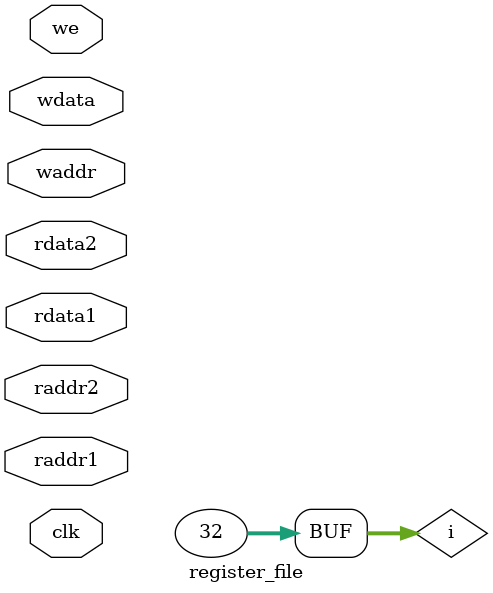
<source format=v>
`timescale 1ns / 1ps


module register_file(
    input wire          clk,
    input wire          we,         //write enable
    input wire [4:0]    waddr,      //write address
    input wire [31:0]   wdata,      //write data
    input wire [4:0]    raddr1,     //read address 1
    input wire [31:0]   rdata1,     //read data 1
    input wire [4:0]    raddr2,     //read address 2
    input wire [31:0]   rdata2      //read data 2
    );
    
    reg [31:0] regs [0:31];
    
    integer i;
    initial begin
        for(i=0;i<32;i=i+1)
            regs[i]=32'b0;
    end
    
    //write
    always @(posedge clk) begin
        if(we&&(waddr!=0))      //x0 is always 0
            regs[waddr]<=wdata;
    end
    
    //read
    assign rdata1=(raddr1 == 0)? 32'b0 : regs[raddr1];
    assign rdata2=(raddr2 == 0)? 32'b0 : regs[raddr2];
    
endmodule

</source>
